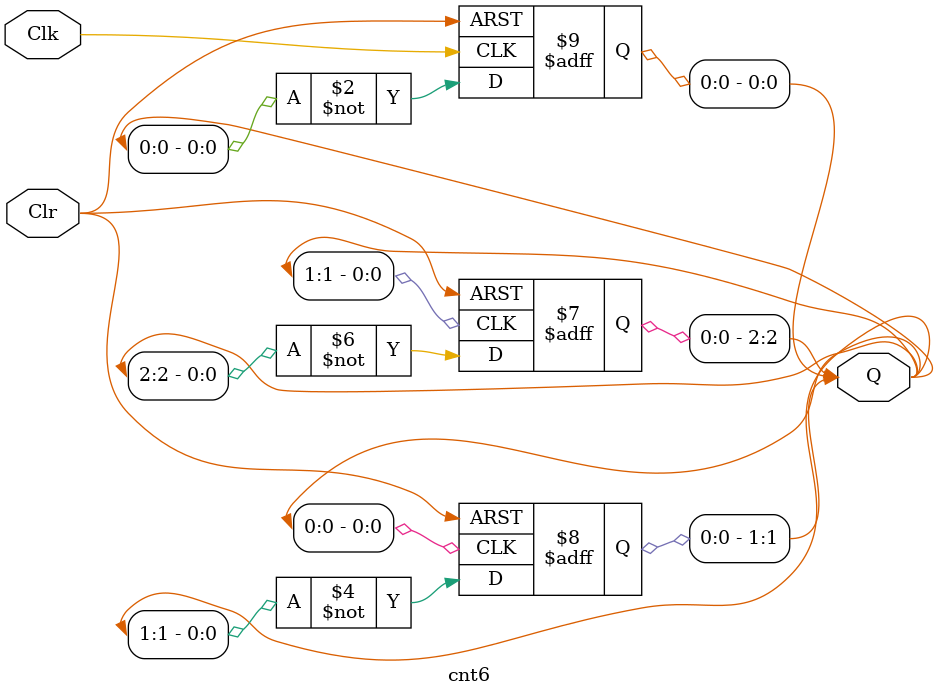
<source format=v>

module cnt6 (Clk,Clr,Q);
input  Clk,Clr;		// ¤@¦ì¤¸¿é¤J
output [2:0] Q;		// ¤T¦ì¤¸¿é¥X
reg    [2:0] Q;		// «Å§i¬°¼È¦s¾¹¸ê®Æ

// ¤W½tÄ²µo®É¯ß, ¤W½t¦P¨B²M°£, T «¬¥¿¤Ï¾¹
always@ (posedge Clk or posedge Clr) 	// ®É¯ß¬°¤W½tÄ²µo Clk
  if (Clr)        Q[0] = 0;
  else            Q[0] = ~Q[0];

always@ (negedge Q[0] or posedge Clr) 	// ®É¯ß¬°¤U½tÄ²µo Q[0]
  if (Clr)        Q[1] = 0;
  else            Q[1] = ~Q[1];

always@ (negedge Q[1] or posedge Clr) 	// ®É¯ß¬°¤U½tÄ²µo Q[1]
  if (Clr)        Q[2] = 0;
  else            Q[2] = ~Q[2];


  
endmodule

</source>
